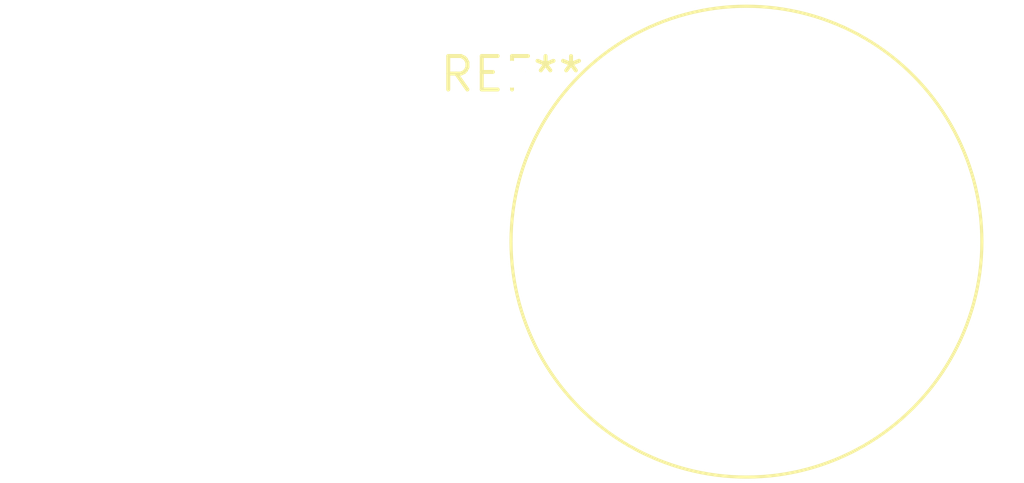
<source format=kicad_pcb>
(kicad_pcb (version 20240108) (generator pcbnew)
  (layers (0 "F.Cu" signal) (31 "B.Cu" signal) (34 "B.Paste" user) (35 "F.Paste" user) (36 "B.SilkS" user "B.Silkscreen") (37 "F.SilkS" user "F.Silkscreen") (38 "B.Mask" user) (39 "F.Mask" user) (44 "Edge.Cuts" user))
  (net 0 "")
  (footprint "Transformer_Toroid_Horizontal_D18.0mm" (layer "F.Cu") (at 0 0)
    (property "Reference" "REF**")
    (property "Value" "Transformer_Toroid_Horizontal_D18.0mm")
    (fp_circle (center 8.89 6.35) (end 17.49 8.75) (layer "F.SilkS") (stroke (width 0.12)) (fill none))
    (pad "" thru_hole circle (at 8.89 6.35) (size 15.24 15.24) (drill 8.13) (layers *.Cu *.Mask) (remove_unused_layers))
    (pad "1" thru_hole circle (at 0 0) (size 2.54 2.54) (drill 1.02) (layers *.Cu *.Mask) (remove_unused_layers))
    (pad "2" thru_hole circle (at 0 12.7) (size 2.54 2.54) (drill 1.02) (layers *.Cu *.Mask) (remove_unused_layers))
    (pad "3" thru_hole rect (at 17.78 0) (size 2.54 2.54) (drill 1.02) (layers *.Cu *.Mask) (remove_unused_layers))
    (pad "4" thru_hole rect (at 17.78 12.7) (size 2.54 2.54) (drill 1.02) (layers *.Cu *.Mask) (remove_unused_layers))
  )
)
</source>
